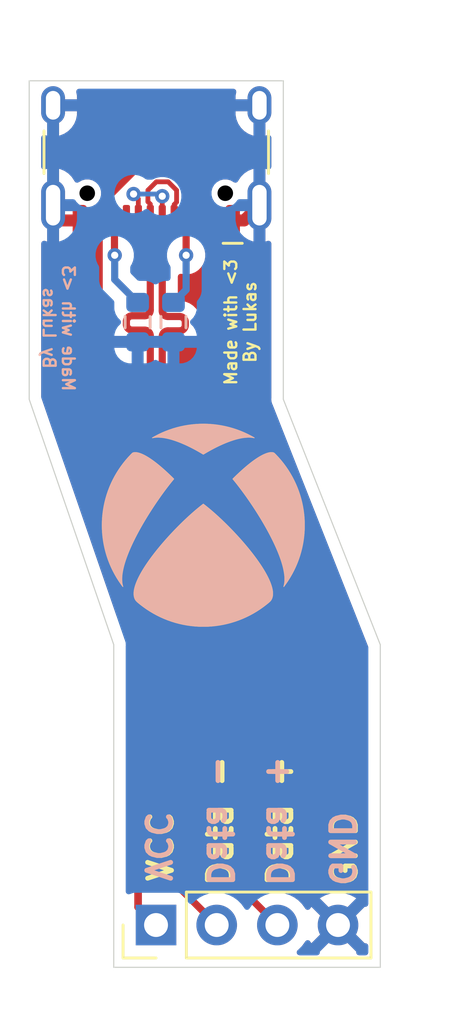
<source format=kicad_pcb>
(kicad_pcb (version 20241229) (generator "pcbnew") (generator_version "9.0")
  (title_block (title "Xbox 360 USB-C Mod") (date "2025-07-21") (rev "2") (company "lukas"))
  (layers (0 "F.Cu" signal) (2 "B.Cu" signal) (13 "F.Paste" user) (15 "B.Paste" user) (5 "F.SilkS" user "F.Silkscreen") (7 "B.SilkS" user "B.Silkscreen") (1 "F.Mask" user) (3 "B.Mask" user) (25 "Edge.Cuts" user))
  (net 0 "")
  (net 1 "/D-")
  (net 2 "GND")
  (net 3 "+5V")
  (net 4 "/D+")
  (net 5 "Net-(USB_C1-CC1)")
  (net 6 "Net-(USB_C1-CC2)")
  (footprint "Connector_USB:USB_C_Receptacle_HCTL_HC-TYPE-C-16P-01A" (layer "F.Cu") (at 63.449999 18 180)
    (property "Reference" "USB_C1" (hide yes))
    (property "Value" "USB_C_Receptacle_USB2.0_16P" (hide yes))
    (fp_line (start 4.7 -1.78) (end 4.7 0) (stroke (width 0.12)) (layer "F.SilkS"))
    (fp_line (start -2.8 -4.7) (end -3.6 -4.7) (stroke (width 0.12)) (layer "F.SilkS"))
    (fp_line (start -4.7 -1.78) (end -4.7 0) (stroke (width 0.12)) (layer "F.SilkS"))
    (pad "" np_thru_hole circle (at -2.89 -2.605 180) (size 0.65 0.65) (drill 0.65) (layers "*.Mask"))
    (pad "" np_thru_hole circle (at 2.89 -2.605 180) (size 0.65 0.65) (drill 0.65) (layers "*.Mask"))
    (pad "A1" smd roundrect (at -3.2 -3.745 180) (size 0.6 1.3) (layers "F.Cu" "F.Mask" "F.Paste") (net 2 "GND"))
    (pad "A4" smd roundrect (at -2.4 -3.745 180) (size 0.6 1.3) (layers "F.Cu" "F.Mask" "F.Paste") (net 3 "+5V"))
    (pad "A5" smd roundrect (at -1.25 -3.745 180) (size 0.3 1.3) (layers "F.Cu" "F.Mask" "F.Paste") (net 5 "Net-(USB_C1-CC1)"))
    (pad "A6" smd roundrect (at -0.25 -3.745 180) (size 0.3 1.3) (layers "F.Cu" "F.Mask" "F.Paste") (net 4 "/D+"))
    (pad "A7" smd roundrect (at 0.25 -3.745 180) (size 0.3 1.3) (layers "F.Cu" "F.Mask" "F.Paste") (net 1 "/D-"))
    (pad "A8" smd roundrect (at 1.25 -3.745 180) (size 0.3 1.3) (layers "F.Cu" "F.Mask" "F.Paste"))
    (pad "A9" smd roundrect (at 2.4 -3.745 180) (size 0.6 1.3) (layers "F.Cu" "F.Mask" "F.Paste") (net 3 "+5V"))
    (pad "A12" smd roundrect (at 3.2 -3.745 180) (size 0.6 1.3) (layers "F.Cu" "F.Mask" "F.Paste") (net 2 "GND"))
    (pad "B1" smd roundrect (at 3.2 -3.745 180) (size 0.6 1.3) (layers "F.Cu" "F.Mask" "F.Paste") (net 2 "GND"))
    (pad "B4" smd roundrect (at 2.4 -3.745 180) (size 0.6 1.3) (layers "F.Cu" "F.Mask" "F.Paste") (net 3 "+5V"))
    (pad "B5" smd roundrect (at 1.75 -3.745 180) (size 0.3 1.3) (layers "F.Cu" "F.Mask" "F.Paste") (net 6 "Net-(USB_C1-CC2)"))
    (pad "B6" smd roundrect (at 0.75 -3.745 180) (size 0.3 1.3) (layers "F.Cu" "F.Mask" "F.Paste") (net 4 "/D+"))
    (pad "B7" smd roundrect (at -0.75 -3.745 180) (size 0.3 1.3) (layers "F.Cu" "F.Mask" "F.Paste") (net 1 "/D-"))
    (pad "B8" smd roundrect (at -1.75 -3.745 180) (size 0.3 1.3) (layers "F.Cu" "F.Mask" "F.Paste"))
    (pad "B9" smd roundrect (at -2.4 -3.745 180) (size 0.6 1.3) (layers "F.Cu" "F.Mask" "F.Paste") (net 3 "+5V"))
    (pad "B12" smd roundrect (at -3.2 -3.745 180) (size 0.6 1.3) (layers "F.Cu" "F.Mask" "F.Paste") (net 2 "GND"))
    (pad "S1" thru_hole oval (at -4.32 -3.105 180) (size 1 2.1) (drill oval 0.6 1.7) (property pad_prop_heatsink) (layers "*.Cu" "*.Mask") (net 2 "GND"))
    (pad "S1" thru_hole oval (at -4.32 1.075 180) (size 1 1.6) (drill oval 0.6 1.2) (property pad_prop_heatsink) (layers "*.Cu" "*.Mask") (net 2 "GND"))
    (pad "S1" thru_hole oval (at 4.32 -3.105 180) (size 1 2.1) (drill oval 0.6 1.7) (property pad_prop_heatsink) (layers "*.Cu" "*.Mask") (net 2 "GND"))
    (pad "S1" thru_hole oval (at 4.32 1.075 180) (size 1 1.6) (drill oval 0.6 1.2) (property pad_prop_heatsink) (layers "*.Cu" "*.Mask") (net 2 "GND"))
  )
  (footprint "Connector_PinHeader_2.54mm:PinHeader_1x04_P2.54mm_Vertical" (layer "F.Cu") (at 63.439999 51.23 90)
    (property "Reference" "Header_PIN1" (hide yes))
    (property "Value" "Conn_01x04_Pin" (hide yes))
    (fp_line (start -1.38 -1.379999) (end 0.000001 -1.379999) (stroke (width 0.12)) (layer "F.SilkS"))
    (fp_line (start -1.379999 -0.000001) (end -1.38 -1.379999) (stroke (width 0.12)) (layer "F.SilkS"))
    (fp_line (start 1.379999 1.269999) (end 1.38 9.000002) (stroke (width 0.12)) (layer "F.SilkS"))
    (fp_line (start -1.380002 1.269999) (end 1.379999 1.269999) (stroke (width 0.12)) (layer "F.SilkS"))
    (fp_line (start -1.380002 1.269999) (end -1.379999 8.999999) (stroke (width 0.12)) (layer "F.SilkS"))
    (fp_line (start -1.379999 8.999999) (end 1.38 9.000002) (stroke (width 0.12)) (layer "F.SilkS"))
    (pad "1" thru_hole rect (at 0 0 90) (size 1.7 1.7) (drill 1) (layers "*.Cu" "*.Mask") (net 3 "+5V"))
    (pad "2" thru_hole circle (at 0 2.540001 90) (size 1.7 1.7) (drill 1) (layers "*.Cu" "*.Mask") (net 1 "/D-"))
    (pad "3" thru_hole circle (at 0.000001 5.08 90) (size 1.7 1.7) (drill 1) (layers "*.Cu" "*.Mask") (net 4 "/D+"))
    (pad "4" thru_hole circle (at -0.000001 7.620001 90) (size 1.7 1.7) (drill 1) (layers "*.Cu" "*.Mask") (net 2 "GND"))
  )
  (footprint "pcb art layers:xbox" (layer "F.Cu") (at 65.419999 34.5)
    (property "Reference" "G***" (hide yes))
    (property "Value" "LOGO" (hide yes))
    (fp_poly (pts (xy 0.194074 -4.245002) (xy 0.361051 -4.234205) (xy 0.527916 -4.216892) (xy 0.614328 -4.205341) (xy 0.778131 -4.178414) (xy 0.940763 -4.144989) (xy 1.101995 -4.10514) (xy 1.2616 -4.058945) (xy 1.419348 -4.006478) (xy 1.575011 -3.947816) (xy 1.728361 -3.883034) (xy 1.879168 -3.812207) (xy 2.017322 -3.740771) (xy 2.045958 -3.725172) (xy 2.072096 -3.710705) (xy 2.095202 -3.69768) (xy 2.114736 -3.686409) (xy 2.130163 -3.677202) (xy 2.140945 -3.670372) (xy 2.146545 -3.666228) (xy 2.147131 -3.665561) (xy 2.148036 -3.658904) (xy 2.145581 -3.650991) (xy 2.140994 -3.645363) (xy 2.139932 -3.644825) (xy 2.13456 -3.644596) (xy 2.124387 -3.645626) (xy 2.111093 -3.647709) (xy 2.102014 -3.649442) (xy 2.050753 -3.657889) (xy 1.99439 -3.663501) (xy 1.93383 -3.666283) (xy 1.869976 -3.666238) (xy 1.803732 -3.66337) (xy 1.736 -3.657682) (xy 1.667686 -3.649178) (xy 1.657274 -3.647634) (xy 1.564258 -3.631317) (xy 1.467229 -3.609983) (xy 1.366416 -3.583725) (xy 1.262049 -3.552638) (xy 1.154356 -3.516815) (xy 1.043565 -3.47635) (xy 0.929905 -3.431338) (xy 0.813605 -3.381872) (xy 0.694893 -3.328046) (xy 0.573998 -3.269954) (xy 0.451148 -3.20769) (xy 0.326572 -3.141348) (xy 0.200498 -3.071022) (xy 0.073156 -2.996806) (xy 0.072386 -2.996347) (xy 0.052996 -2.98491) (xy 0.035365 -2.974714) (xy 0.020333 -2.966228) (xy 0.00874 -2.959922) (xy 0.001425 -2.956264) (xy -0.000669 -2.955529) (xy -0.004916 -2.957221) (xy -0.013677 -2.961799) (xy -0.025827 -2.96864) (xy -0.040243 -2.977122) (xy -0.04649 -2.980896) (xy -0.11396 -3.021223) (xy -0.185881 -3.062871) (xy -0.260974 -3.105153) (xy -0.337961 -3.147382) (xy -0.415564 -3.188872) (xy -0.492505 -3.228936) (xy -0.567504 -3.266889) (xy -0.639285 -3.302044) (xy -0.68455 -3.323508) (xy -0.802715 -3.377172) (xy -0.918157 -3.426485) (xy -1.03067 -3.471377) (xy -1.140047 -3.511781) (xy -1.246082 -3.547628) (xy -1.348569 -3.57885) (xy -1.447301 -3.605378) (xy -1.542071 -3.627144) (xy -1.632675 -3.644079) (xy -1.666989 -3.649382) (xy -1.735597 -3.657889) (xy -1.8037 -3.663536) (xy -1.870375 -3.66632) (xy -1.934694 -3.666243) (xy -1.995733 -3.663303) (xy -2.052565 -3.657501) (xy -2.100842 -3.649534) (xy -2.118589 -3.646247) (xy -2.130983 -3.644783) (xy -2.139078 -3.645213) (xy -2.143929 -3.647606) (xy -2.146588 -3.652033) (xy -2.146779 -3.652604) (xy -2.147379 -3.660633) (xy -2.143153 -3.66789) (xy -2.133399 -3.675385) (xy -2.129083 -3.677948) (xy -2.043414 -3.725809) (xy -1.961332 -3.769797) (xy -1.881544 -3.810546) (xy -1.802757 -3.848687) (xy -1.723677 -3.884854) (xy -1.643012 -3.919679) (xy -1.592274 -3.940616) (xy -1.437402 -3.9999) (xy -1.280419 -4.052934) (xy -1.121528 -4.099694) (xy -0.960929 -4.140156) (xy -0.798826 -4.174296) (xy -0.63542 -4.202088) (xy -0.470914 -4.22351) (xy -0.305509 -4.238537) (xy -0.139408 -4.247144) (xy 0.027187 -4.249307)) (fill yes) (layer "F.SilkS"))
    (fp_poly (pts (xy 2.909173 -3.056457) (xy 2.924214 -3.053404) (xy 2.937128 -3.050095) (xy 2.948706 -3.045988) (xy 2.959734 -3.040544) (xy 2.971002 -3.033221) (xy 2.983298 -3.023479) (xy 2.997412 -3.010777) (xy 3.01413 -2.994575) (xy 3.034242 -2.974332) (xy 3.045078 -2.963283) (xy 3.158801 -2.842315) (xy 3.267624 -2.716918) (xy 3.371431 -2.587268) (xy 3.470111 -2.453538) (xy 3.563547 -2.315905) (xy 3.651627 -2.174542) (xy 3.734237 -2.029625) (xy 3.811263 -1.881328) (xy 3.882591 -1.729827) (xy 3.946622 -1.578991) (xy 4.005291 -1.424255) (xy 4.057713 -1.267417) (xy 4.103867 -1.108688) (xy 4.143734 -0.948277) (xy 4.177293 -0.786393) (xy 4.204522 -0.623246) (xy 4.225402 -0.459045) (xy 4.239913 -0.294001) (xy 4.248033 -0.128323) (xy 4.249743 0.037781) (xy 4.245021 0.204099) (xy 4.233848 0.370423) (xy 4.216203 0.536543) (xy 4.192065 0.702249) (xy 4.177598 0.78465) (xy 4.143945 0.947844) (xy 4.103919 1.109243) (xy 4.057575 1.268723) (xy 4.004966 1.426155) (xy 3.946148 1.581415) (xy 3.881176 1.734377) (xy 3.810105 1.884913) (xy 3.732989 2.032899) (xy 3.649884 2.178208) (xy 3.560844 2.320713) (xy 3.465923 2.46029) (xy 3.422556 2.520408) (xy 3.406707 2.541813) (xy 3.394126 2.55825) (xy 3.384287 2.570197) (xy 3.376664 2.578137) (xy 3.370731 2.58255) (xy 3.365962 2.583917) (xy 3.36183 2.58272) (xy 3.357887 2.579516) (xy 3.35484 2.574377) (xy 3.354324 2.566713) (xy 3.356421 2.555297) (xy 3.360399 2.54147) (xy 3.365598 2.522872) (xy 3.371197 2.499358) (xy 3.37685 2.472612) (xy 3.382214 2.444316) (xy 3.386942 2.416153) (xy 3.389212 2.400863) (xy 3.391089 2.383212) (xy 3.392633 2.360132) (xy 3.393836 2.332826) (xy 3.394692 2.3025) (xy 3.395192 2.270356) (xy 3.39533 2.2376) (xy 3.395098 2.205434) (xy 3.39449 2.175064) (xy 3.393497 2.147693) (xy 3.392112 2.124525) (xy 3.390963 2.111962) (xy 3.380128 2.025918) (xy 3.366622 1.940646) (xy 3.350225 1.855183) (xy 3.330715 1.768565) (xy 3.307872 1.679831) (xy 3.281475 1.588018) (xy 3.251302 1.492164) (xy 3.24264 1.465948) (xy 3.201782 1.348714) (xy 3.156064 1.227363) (xy 3.105625 1.102149) (xy 3.050604 0.973328) (xy 2.991139 0.841153) (xy 2.92737 0.705881) (xy 2.859435 0.567767) (xy 2.787473 0.427064) (xy 2.711622 0.28403) (xy 2.632023 0.138917) (xy 2.548812 -0.008018) (xy 2.46213 -0.15652) (xy 2.372115 -0.306334) (xy 2.278905 -0.457206) (xy 2.18264 -0.608881) (xy 2.083458 -0.761102) (xy 1.981499 -0.913616) (xy 1.8769 -1.066167) (xy 1.82136 -1.14564) (xy 1.773862 -1.212675) (xy 1.724925 -1.28081) (xy 1.675001 -1.349449) (xy 1.624545 -1.417993) (xy 1.574009 -1.485843) (xy 1.523849 -1.552404) (xy 1.474517 -1.617075) (xy 1.426467 -1.67926) (xy 1.380154 -1.73836) (xy 1.33603 -1.793778) (xy 1.29455 -1.844915) (xy 1.256168 -1.891173) (xy 1.250602 -1.897778) (xy 1.240383 -1.910339) (xy 1.231738 -1.921836) (xy 1.225639 -1.930917) (xy 1.223131 -1.93591) (xy 1.222895 -1.93864) (xy 1.223906 -1.941972) (xy 1.226638 -1.946439) (xy 1.231565 -1.952571) (xy 1.23916 -1.9609) (xy 1.249896 -1.971957) (xy 1.264246 -1.986273) (xy 1.282684 -2.00438) (xy 1.293687 -2.015121) (xy 1.396926 -2.114682) (xy 1.496793 -2.208731) (xy 1.593428 -2.297394) (xy 1.686972 -2.380797) (xy 1.777566 -2.459065) (xy 1.865349 -2.532324) (xy 1.950463 -2.600698) (xy 1.950908 -2.601048) (xy 2.033632 -2.664718) (xy 2.114224 -2.723894) (xy 2.192558 -2.778515) (xy 2.268503 -2.82852) (xy 2.341932 -2.873848) (xy 2.412714 -2.914438) (xy 2.480721 -2.950228) (xy 2.545825 -2.981158) (xy 2.607896 -3.007165) (xy 2.666805 -3.028188) (xy 2.722424 -3.044167) (xy 2.774623 -3.05504) (xy 2.823274 -3.060746) (xy 2.868248 -3.061223)) (fill yes) (layer "F.SilkS"))
    (fp_poly (pts (xy -2.825181 -3.060826) (xy -2.785212 -3.056594) (xy -2.728148 -3.045453) (xy -2.667754 -3.028613) (xy -2.604071 -3.006099) (xy -2.537138 -2.977934) (xy -2.466996 -2.944142) (xy -2.393683 -2.904749) (xy -2.31724 -2.859778) (xy -2.237707 -2.809254) (xy -2.155123 -2.7532) (xy -2.06953 -2.691642) (xy -1.980965 -2.624603) (xy -1.88947 -2.552107) (xy -1.795083 -2.47418) (xy -1.713479 -2.404441) (xy -1.683219 -2.377995) (xy -1.651436 -2.349852) (xy -1.618486 -2.320346) (xy -1.584724 -2.289817) (xy -1.550505 -2.258601) (xy -1.516183 -2.227034) (xy -1.482114 -2.195455) (xy -1.448653 -2.164201) (xy -1.416154 -2.133608) (xy -1.384972 -2.104014) (xy -1.355463 -2.075757) (xy -1.327981 -2.049172) (xy -1.302881 -2.024597) (xy -1.280519 -2.00237) (xy -1.261249 -1.982828) (xy -1.245425 -1.966307) (xy -1.233404 -1.953145) (xy -1.22554 -1.94368) (xy -1.222187 -1.938247) (xy -1.222089 -1.937663) (xy -1.224171 -1.932575) (xy -1.229771 -1.923778) (xy -1.238015 -1.912542) (xy -1.247222 -1.901098) (xy -1.295524 -1.842725) (xy -1.346763 -1.779352) (xy -1.400429 -1.711656) (xy -1.456008 -1.640311) (xy -1.512989 -1.565994) (xy -1.570858 -1.48938) (xy -1.629105 -1.411143) (xy -1.687215 -1.331961) (xy -1.744678 -1.252508) (xy -1.800981 -1.173459) (xy -1.825241 -1.138999) (xy -1.933471 -0.982746) (xy -2.039104 -0.82634) (xy -2.141966 -0.670084) (xy -2.241885 -0.514283) (xy -2.338687 -0.359241) (xy -2.432201 -0.205261) (xy -2.522252 -0.052649) (xy -2.608669 0.098292) (xy -2.691278 0.247257) (xy -2.769907 0.393942) (xy -2.844382 0.538043) (xy -2.914531 0.679257) (xy -2.980181 0.817277) (xy -3.041159 0.951801) (xy -3.097292 1.082524) (xy -3.122708 1.144433) (xy -3.167374 1.25787) (xy -3.207791 1.366692) (xy -3.244068 1.471293) (xy -3.276316 1.572066) (xy -3.304644 1.669408) (xy -3.329163 1.763711) (xy -3.349983 1.85537) (xy -3.367214 1.944779) (xy -3.380965 2.032334) (xy -3.389247 2.098679) (xy -3.39144 2.123435) (xy -3.393142 2.152773) (xy -3.394352 2.185433) (xy -3.395069 2.220151) (xy -3.395294 2.255667) (xy -3.395026 2.290717) (xy -3.394264 2.324041) (xy -3.393009 2.354375) (xy -3.39126 2.380459) (xy -3.389314 2.398886) (xy -3.384736 2.429257) (xy -3.379015 2.461111) (xy -3.372582 2.492329) (xy -3.36587 2.520792) (xy -3.36043 2.54069) (xy -3.355832 2.558288) (xy -3.354199 2.570574) (xy -3.355512 2.578166) (xy -3.359155 2.581485) (xy -3.366119 2.583191) (xy -3.372179 2.581662) (xy -3.378942 2.576084) (xy -3.386296 2.567728) (xy -3.392354 2.560086) (xy -3.401437 2.548192) (xy -3.412691 2.533183) (xy -3.425264 2.516198) (xy -3.438303 2.498376) (xy -3.439184 2.497163) (xy -3.535171 2.359414) (xy -3.625406 2.218411) (xy -3.709827 2.074316) (xy -3.788372 1.927293) (xy -3.860976 1.777505) (xy -3.927577 1.625114) (xy -3.988112 1.470283) (xy -4.042518 1.313176) (xy -4.090731 1.153956) (xy -4.132689 0.992785) (xy -4.168328 0.829826) (xy -4.197585 0.665243) (xy -4.220398 0.499198) (xy -4.223737 0.469878) (xy -4.238301 0.309227) (xy -4.246794 0.14681) (xy -4.249218 -0.016443) (xy -4.245572 -0.179603) (xy -4.235857 -0.341739) (xy -4.223737 -0.469879) (xy -4.202115 -0.635571) (xy -4.173947 -0.800295) (xy -4.139286 -0.963852) (xy -4.098183 -1.126044) (xy -4.050688 -1.286673) (xy -3.996854 -1.44554) (xy -3.936733 -1.602448) (xy -3.91823 -1.647314) (xy -3.854259 -1.791852) (xy -3.784228 -1.934774) (xy -3.708443 -2.075625) (xy -3.627206 -2.213946) (xy -3.540825 -2.349282) (xy -3.449602 -2.481175) (xy -3.353843 -2.609169) (xy -3.253854 -2.732806) (xy -3.149937 -2.851631) (xy -3.0424 -2.965185) (xy -3.031888 -2.975801) (xy -3.012922 -2.994805) (xy -2.997869 -3.009648) (xy -2.986018 -3.020936) (xy -2.976657 -3.029272) (xy -2.969074 -3.035262) (xy -2.962557 -3.039511) (xy -2.956393 -3.042624) (xy -2.950438 -3.044998) (xy -2.91219 -3.055646) (xy -2.870327 -3.06093)) (fill yes) (layer "F.SilkS"))
    (fp_poly (pts (xy 0.004245 -0.901165) (xy 0.013124 -0.895137) (xy 0.026482 -0.885396) (xy 0.043989 -0.872191) (xy 0.065317 -0.855772) (xy 0.090139 -0.836388) (xy 0.118126 -0.814289) (xy 0.139469 -0.797302) (xy 0.254097 -0.703968) (xy 0.371131 -0.60512) (xy 0.490106 -0.501232) (xy 0.610551 -0.392778) (xy 0.732 -0.28023) (xy 0.853985 -0.164061) (xy 0.976037 -0.044746) (xy 1.09769 0.077243) (xy 1.218475 0.201432) (xy 1.337924 0.327348) (xy 1.45557 0.454517) (xy 1.570944 0.582467) (xy 1.68358 0.710724) (xy 1.793008 0.838814) (xy 1.898761 0.966265) (xy 1.971258 1.055981) (xy 2.067267 1.177984) (xy 2.15844 1.297553) (xy 2.244727 1.414605) (xy 2.326077 1.529052) (xy 2.402442 1.64081) (xy 2.47377 1.749794) (xy 2.54001 1.855917) (xy 2.601114 1.959096) (xy 2.65703 2.059243) (xy 2.707708 2.156273) (xy 2.753098 2.250102) (xy 2.793149 2.340644) (xy 2.827812 2.427814) (xy 2.857036 2.511525) (xy 2.88077 2.591693) (xy 2.885138 2.608406) (xy 2.89807 2.663046) (xy 2.907819 2.713523) (xy 2.914598 2.761383) (xy 2.918622 2.808171) (xy 2.920105 2.85543) (xy 2.920122 2.860779) (xy 2.917997 2.918501) (xy 2.911451 2.971761) (xy 2.900328 3.021187) (xy 2.884474 3.067408) (xy 2.863731 3.111054) (xy 2.853929 3.128101) (xy 2.844769 3.142446) (xy 2.834691 3.156474) (xy 2.823217 3.170643) (xy 2.809873 3.185408) (xy 2.794181 3.201226) (xy 2.775666 3.218552) (xy 2.753851 3.237844) (xy 2.728261 3.259556) (xy 2.698419 3.284145) (xy 2.663849 3.312068) (xy 2.652027 3.321528) (xy 2.518835 3.42372) (xy 2.382257 3.520256) (xy 2.24246 3.611078) (xy 2.099614 3.696126) (xy 1.953884 3.775344) (xy 1.80544 3.848671) (xy 1.654449 3.916051) (xy 1.501078 3.977424) (xy 1.345495 4.032732) (xy 1.187868 4.081917) (xy 1.028365 4.12492) (xy 0.867153 4.161682) (xy 0.7044 4.192147) (xy 0.540273 4.216254) (xy 0.374941 4.233945) (xy 0.208571 4.245163) (xy 0.041331 4.249849) (xy -0.013283 4.249955) (xy -0.042683 4.249742) (xy -0.073214 4.249376) (xy -0.103349 4.248885) (xy -0.131563 4.248298) (xy -0.15633 4.247643) (xy -0.176123 4.246949) (xy -0.177657 4.246883) (xy -0.347146 4.236236) (xy -0.515126 4.219152) (xy -0.681494 4.195665) (xy -0.846147 4.165808) (xy -1.008983 4.129615) (xy -1.169896 4.087119) (xy -1.328785 4.038354) (xy -1.485545 3.983353) (xy -1.640074 3.92215) (xy -1.792267 3.854778) (xy -1.942022 3.781272) (xy -2.089236 3.701663) (xy -2.233805 3.615987) (xy -2.347198 3.54329) (xy -2.386458 3.51681) (xy -2.427591 3.488248) (xy -2.46993 3.458117) (xy -2.512805 3.426929) (xy -2.555547 3.395197) (xy -2.597487 3.363433) (xy -2.637956 3.332149) (xy -2.676286 3.301859) (xy -2.711807 3.273074) (xy -2.74385 3.246307) (xy -2.771747 3.22207) (xy -2.794828 3.200876) (xy -2.797352 3.198456) (xy -2.829517 3.16285) (xy -2.856845 3.122812) (xy -2.879301 3.078498) (xy -2.896853 3.030062) (xy -2.909465 2.977658) (xy -2.917106 2.921442) (xy -2.91974 2.861568) (xy -2.917334 2.798191) (xy -2.909855 2.731465) (xy -2.905292 2.703046) (xy -2.890118 2.629766) (xy -2.869508 2.552818) (xy -2.843507 2.472286) (xy -2.812158 2.388253) (xy -2.775508 2.300802) (xy -2.733598 2.210017) (xy -2.686476 2.115982) (xy -2.634183 2.01878) (xy -2.576766 1.918494) (xy -2.514268 1.815208) (xy -2.446735 1.709006) (xy -2.374209 1.599972) (xy -2.296736 1.488188) (xy -2.214361 1.373738) (xy -2.157648 1.297208) (xy -2.050386 1.156914) (xy -1.937518 1.014748) (xy -1.819606 0.871298) (xy -1.697213 0.727157) (xy -1.570899 0.582915) (xy -1.441227 0.439162) (xy -1.308758 0.296489) (xy -1.174055 0.155488) (xy -1.037679 0.016748) (xy -0.900192 -0.11914) (xy -0.762156 -0.251585) (xy -0.624132 -0.379997) (xy -0.486683 -0.503783) (xy -0.35037 -0.622355) (xy -0.257354 -0.700751) (xy -0.230855 -0.722666) (xy -0.203613 -0.744979) (xy -0.176135 -0.767291) (xy -0.148927 -0.789206) (xy -0.122494 -0.810324) (xy -0.097342 -0.830249) (xy -0.073978 -0.848583) (xy -0.052906 -0.864928) (xy -0.034633 -0.878886) (xy -0.019664 -0.89006) (xy -0.008506 -0.898053) (xy -0.001663 -0.902465) (xy 0.000172 -0.903229)) (fill yes) (layer "F.SilkS"))
  )
  (footprint "Resistor_SMD:R_0603_1608Metric" (layer "B.Cu") (at 62.669999 26 -90)
    (property "Reference" "R2" (hide yes))
    (property "Value" "R_Small" (hide yes))
    (fp_line (start -0.237262 0.522505) (end 0.237251 0.522499) (stroke (width 0.12)) (layer "B.SilkS"))
    (fp_line (start -0.237251 -0.522499) (end 0.237262 -0.522505) (stroke (width 0.12)) (layer "B.SilkS"))
    (pad "1" smd roundrect (at -0.825001 0.000001 270) (size 0.8 0.95) (layers "B.Cu" "B.Mask" "B.Paste") (net 6 "Net-(USB_C1-CC2)"))
    (pad "2" smd roundrect (at 0.825001 -0.000001 270) (size 0.8 0.95) (layers "B.Cu" "B.Mask" "B.Paste") (net 2 "GND"))
  )
  (footprint "pcb art layers:xbox" (layer "B.Cu") (at 65.419999 34.5 180)
    (property "Reference" "G***" (hide yes))
    (property "Value" "LOGO" (hide yes))
    (fp_poly (pts (xy 0.194074 4.245002) (xy 0.361051 4.234205) (xy 0.527916 4.216892) (xy 0.614328 4.205341) (xy 0.778131 4.178414) (xy 0.940763 4.144989) (xy 1.101995 4.10514) (xy 1.2616 4.058945) (xy 1.419348 4.006478) (xy 1.575011 3.947816) (xy 1.728361 3.883034) (xy 1.879168 3.812207) (xy 2.017322 3.740771) (xy 2.045958 3.725172) (xy 2.072096 3.710705) (xy 2.095202 3.69768) (xy 2.114736 3.686409) (xy 2.130163 3.677202) (xy 2.140945 3.670372) (xy 2.146545 3.666228) (xy 2.147131 3.665561) (xy 2.148036 3.658904) (xy 2.145581 3.650991) (xy 2.140994 3.645363) (xy 2.139932 3.644825) (xy 2.13456 3.644596) (xy 2.124387 3.645626) (xy 2.111093 3.647709) (xy 2.102014 3.649442) (xy 2.050753 3.657889) (xy 1.99439 3.663501) (xy 1.93383 3.666283) (xy 1.869976 3.666238) (xy 1.803732 3.66337) (xy 1.736 3.657682) (xy 1.667686 3.649178) (xy 1.657274 3.647634) (xy 1.564258 3.631317) (xy 1.467229 3.609983) (xy 1.366416 3.583725) (xy 1.262049 3.552638) (xy 1.154356 3.516815) (xy 1.043565 3.47635) (xy 0.929905 3.431338) (xy 0.813605 3.381872) (xy 0.694893 3.328046) (xy 0.573998 3.269954) (xy 0.451148 3.20769) (xy 0.326572 3.141348) (xy 0.200498 3.071022) (xy 0.073156 2.996806) (xy 0.072386 2.996347) (xy 0.052996 2.98491) (xy 0.035365 2.974714) (xy 0.020333 2.966228) (xy 0.00874 2.959922) (xy 0.001425 2.956264) (xy -0.000669 2.955529) (xy -0.004916 2.957221) (xy -0.013677 2.961799) (xy -0.025827 2.96864) (xy -0.040243 2.977122) (xy -0.04649 2.980896) (xy -0.11396 3.021223) (xy -0.185881 3.062871) (xy -0.260974 3.105153) (xy -0.337961 3.147382) (xy -0.415564 3.188872) (xy -0.492505 3.228936) (xy -0.567504 3.266889) (xy -0.639285 3.302044) (xy -0.68455 3.323508) (xy -0.802715 3.377172) (xy -0.918157 3.426485) (xy -1.03067 3.471377) (xy -1.140047 3.511781) (xy -1.246082 3.547628) (xy -1.348569 3.57885) (xy -1.447301 3.605378) (xy -1.542071 3.627144) (xy -1.632675 3.644079) (xy -1.666989 3.649382) (xy -1.735597 3.657889) (xy -1.8037 3.663536) (xy -1.870375 3.66632) (xy -1.934694 3.666243) (xy -1.995733 3.663303) (xy -2.052565 3.657501) (xy -2.100842 3.649534) (xy -2.118589 3.646247) (xy -2.130983 3.644783) (xy -2.139078 3.645213) (xy -2.143929 3.647606) (xy -2.146588 3.652033) (xy -2.146779 3.652604) (xy -2.147379 3.660633) (xy -2.143153 3.66789) (xy -2.133399 3.675385) (xy -2.129083 3.677948) (xy -2.043414 3.725809) (xy -1.961332 3.769797) (xy -1.881544 3.810546) (xy -1.802757 3.848687) (xy -1.723677 3.884854) (xy -1.643012 3.919679) (xy -1.592274 3.940616) (xy -1.437402 3.9999) (xy -1.280419 4.052934) (xy -1.121528 4.099694) (xy -0.960929 4.140156) (xy -0.798826 4.174296) (xy -0.63542 4.202088) (xy -0.470914 4.22351) (xy -0.305509 4.238537) (xy -0.139408 4.247144) (xy 0.027187 4.249307)) (fill yes) (layer "B.SilkS"))
    (fp_poly (pts (xy 2.909173 3.056457) (xy 2.924214 3.053404) (xy 2.937128 3.050095) (xy 2.948706 3.045988) (xy 2.959734 3.040544) (xy 2.971002 3.033221) (xy 2.983298 3.023479) (xy 2.997412 3.010777) (xy 3.01413 2.994575) (xy 3.034242 2.974332) (xy 3.045078 2.963283) (xy 3.158801 2.842315) (xy 3.267624 2.716918) (xy 3.371431 2.587268) (xy 3.470111 2.453538) (xy 3.563547 2.315905) (xy 3.651627 2.174542) (xy 3.734237 2.029625) (xy 3.811263 1.881328) (xy 3.882591 1.729827) (xy 3.946622 1.578991) (xy 4.005291 1.424255) (xy 4.057713 1.267417) (xy 4.103867 1.108688) (xy 4.143734 0.948277) (xy 4.177293 0.786393) (xy 4.204522 0.623246) (xy 4.225402 0.459045) (xy 4.239913 0.294001) (xy 4.248033 0.128323) (xy 4.249743 -0.037781) (xy 4.245021 -0.204099) (xy 4.233848 -0.370423) (xy 4.216203 -0.536543) (xy 4.192065 -0.702249) (xy 4.177598 -0.78465) (xy 4.143945 -0.947844) (xy 4.103919 -1.109243) (xy 4.057575 -1.268723) (xy 4.004966 -1.426155) (xy 3.946148 -1.581415) (xy 3.881176 -1.734377) (xy 3.810105 -1.884913) (xy 3.732989 -2.032899) (xy 3.649884 -2.178208) (xy 3.560844 -2.320713) (xy 3.465923 -2.46029) (xy 3.422556 -2.520408) (xy 3.406707 -2.541813) (xy 3.394126 -2.55825) (xy 3.384287 -2.570197) (xy 3.376664 -2.578137) (xy 3.370731 -2.58255) (xy 3.365962 -2.583917) (xy 3.36183 -2.58272) (xy 3.357887 -2.579516) (xy 3.35484 -2.574377) (xy 3.354324 -2.566713) (xy 3.356421 -2.555297) (xy 3.360399 -2.54147) (xy 3.365598 -2.522872) (xy 3.371197 -2.499358) (xy 3.37685 -2.472612) (xy 3.382214 -2.444316) (xy 3.386942 -2.416153) (xy 3.389212 -2.400863) (xy 3.391089 -2.383212) (xy 3.392633 -2.360132) (xy 3.393836 -2.332826) (xy 3.394692 -2.3025) (xy 3.395192 -2.270356) (xy 3.39533 -2.2376) (xy 3.395098 -2.205434) (xy 3.39449 -2.175064) (xy 3.393497 -2.147693) (xy 3.392112 -2.124525) (xy 3.390963 -2.111962) (xy 3.380128 -2.025918) (xy 3.366622 -1.940646) (xy 3.350225 -1.855183) (xy 3.330715 -1.768565) (xy 3.307872 -1.679831) (xy 3.281475 -1.588018) (xy 3.251302 -1.492164) (xy 3.24264 -1.465948) (xy 3.201782 -1.348714) (xy 3.156064 -1.227363) (xy 3.105625 -1.102149) (xy 3.050604 -0.973328) (xy 2.991139 -0.841153) (xy 2.92737 -0.705881) (xy 2.859435 -0.567767) (xy 2.787473 -0.427064) (xy 2.711622 -0.28403) (xy 2.632023 -0.138917) (xy 2.548812 0.008018) (xy 2.46213 0.15652) (xy 2.372115 0.306334) (xy 2.278905 0.457206) (xy 2.18264 0.608881) (xy 2.083458 0.761102) (xy 1.981499 0.913616) (xy 1.8769 1.066167) (xy 1.82136 1.14564) (xy 1.773862 1.212675) (xy 1.724925 1.28081) (xy 1.675001 1.349449) (xy 1.624545 1.417993) (xy 1.574009 1.485843) (xy 1.523849 1.552404) (xy 1.474517 1.617075) (xy 1.426467 1.67926) (xy 1.380154 1.73836) (xy 1.33603 1.793778) (xy 1.29455 1.844915) (xy 1.256168 1.891173) (xy 1.250602 1.897778) (xy 1.240383 1.910339) (xy 1.231738 1.921836) (xy 1.225639 1.930917) (xy 1.223131 1.93591) (xy 1.222895 1.93864) (xy 1.223906 1.941972) (xy 1.226638 1.946439) (xy 1.231565 1.952571) (xy 1.23916 1.9609) (xy 1.249896 1.971957) (xy 1.264246 1.986273) (xy 1.282684 2.00438) (xy 1.293687 2.015121) (xy 1.396926 2.114682) (xy 1.496793 2.208731) (xy 1.593428 2.297394) (xy 1.686972 2.380797) (xy 1.777566 2.459065) (xy 1.865349 2.532324) (xy 1.950463 2.600698) (xy 1.950908 2.601048) (xy 2.033632 2.664718) (xy 2.114224 2.723894) (xy 2.192558 2.778515) (xy 2.268503 2.82852) (xy 2.341932 2.873848) (xy 2.412714 2.914438) (xy 2.480721 2.950228) (xy 2.545825 2.981158) (xy 2.607896 3.007165) (xy 2.666805 3.028188) (xy 2.722424 3.044167) (xy 2.774623 3.05504) (xy 2.823274 3.060746) (xy 2.868248 3.061223)) (fill yes) (layer "B.SilkS"))
    (fp_poly (pts (xy -2.825181 3.060826) (xy -2.785212 3.056594) (xy -2.728148 3.045453) (xy -2.667754 3.028613) (xy -2.604071 3.006099) (xy -2.537138 2.977934) (xy -2.466996 2.944142) (xy -2.393683 2.904749) (xy -2.31724 2.859778) (xy -2.237707 2.809254) (xy -2.155123 2.7532) (xy -2.06953 2.691642) (xy -1.980965 2.624603) (xy -1.88947 2.552107) (xy -1.795083 2.47418) (xy -1.713479 2.404441) (xy -1.683219 2.377995) (xy -1.651436 2.349852) (xy -1.618486 2.320346) (xy -1.584724 2.289817) (xy -1.550505 2.258601) (xy -1.516183 2.227034) (xy -1.482114 2.195455) (xy -1.448653 2.164201) (xy -1.416154 2.133608) (xy -1.384972 2.104014) (xy -1.355463 2.075757) (xy -1.327981 2.049172) (xy -1.302881 2.024597) (xy -1.280519 2.00237) (xy -1.261249 1.982828) (xy -1.245425 1.966307) (xy -1.233404 1.953145) (xy -1.22554 1.94368) (xy -1.222187 1.938247) (xy -1.222089 1.937663) (xy -1.224171 1.932575) (xy -1.229771 1.923778) (xy -1.238015 1.912542) (xy -1.247222 1.901098) (xy -1.295524 1.842725) (xy -1.346763 1.779352) (xy -1.400429 1.711656) (xy -1.456008 1.640311) (xy -1.512989 1.565994) (xy -1.570858 1.48938) (xy -1.629105 1.411143) (xy -1.687215 1.331961) (xy -1.744678 1.252508) (xy -1.800981 1.173459) (xy -1.825241 1.138999) (xy -1.933471 0.982746) (xy -2.039104 0.82634) (xy -2.141966 0.670084) (xy -2.241885 0.514283) (xy -2.338687 0.359241) (xy -2.432201 0.205261) (xy -2.522252 0.052649) (xy -2.608669 -0.098292) (xy -2.691278 -0.247257) (xy -2.769907 -0.393942) (xy -2.844382 -0.538043) (xy -2.914531 -0.679257) (xy -2.980181 -0.817277) (xy -3.041159 -0.951801) (xy -3.097292 -1.082524) (xy -3.122708 -1.144433) (xy -3.167374 -1.25787) (xy -3.207791 -1.366692) (xy -3.244068 -1.471293) (xy -3.276316 -1.572066) (xy -3.304644 -1.669408) (xy -3.329163 -1.763711) (xy -3.349983 -1.85537) (xy -3.367214 -1.944779) (xy -3.380965 -2.032334) (xy -3.389247 -2.098679) (xy -3.39144 -2.123435) (xy -3.393142 -2.152773) (xy -3.394352 -2.185433) (xy -3.395069 -2.220151) (xy -3.395294 -2.255667) (xy -3.395026 -2.290717) (xy -3.394264 -2.324041) (xy -3.393009 -2.354375) (xy -3.39126 -2.380459) (xy -3.389314 -2.398886) (xy -3.384736 -2.429257) (xy -3.379015 -2.461111) (xy -3.372582 -2.492329) (xy -3.36587 -2.520792) (xy -3.36043 -2.54069) (xy -3.355832 -2.558288) (xy -3.354199 -2.570574) (xy -3.355512 -2.578166) (xy -3.359155 -2.581485) (xy -3.366119 -2.583191) (xy -3.372179 -2.581662) (xy -3.378942 -2.576084) (xy -3.386296 -2.567728) (xy -3.392354 -2.560086) (xy -3.401437 -2.548192) (xy -3.412691 -2.533183) (xy -3.425264 -2.516198) (xy -3.438303 -2.498376) (xy -3.439184 -2.497163) (xy -3.535171 -2.359414) (xy -3.625406 -2.218411) (xy -3.709827 -2.074316) (xy -3.788372 -1.927293) (xy -3.860976 -1.777505) (xy -3.927577 -1.625114) (xy -3.988112 -1.470283) (xy -4.042518 -1.313176) (xy -4.090731 -1.153956) (xy -4.132689 -0.992785) (xy -4.168328 -0.829826) (xy -4.197585 -0.665243) (xy -4.220398 -0.499198) (xy -4.223737 -0.469878) (xy -4.238301 -0.309227) (xy -4.246794 -0.14681) (xy -4.249218 0.016443) (xy -4.245572 0.179603) (xy -4.235857 0.341739) (xy -4.223737 0.469879) (xy -4.202115 0.635571) (xy -4.173947 0.800295) (xy -4.139286 0.963852) (xy -4.098183 1.126044) (xy -4.050688 1.286673) (xy -3.996854 1.44554) (xy -3.936733 1.602448) (xy -3.91823 1.647314) (xy -3.854259 1.791852) (xy -3.784228 1.934774) (xy -3.708443 2.075625) (xy -3.627206 2.213946) (xy -3.540825 2.349282) (xy -3.449602 2.481175) (xy -3.353843 2.609169) (xy -3.253854 2.732806) (xy -3.149937 2.851631) (xy -3.0424 2.965185) (xy -3.031888 2.975801) (xy -3.012922 2.994805) (xy -2.997869 3.009648) (xy -2.986018 3.020936) (xy -2.976657 3.029272) (xy -2.969074 3.035262) (xy -2.962557 3.039511) (xy -2.956393 3.042624) (xy -2.950438 3.044998) (xy -2.91219 3.055646) (xy -2.870327 3.06093)) (fill yes) (layer "B.SilkS"))
    (fp_poly (pts (xy 0.004245 0.901165) (xy 0.013124 0.895137) (xy 0.026482 0.885396) (xy 0.043989 0.872191) (xy 0.065317 0.855772) (xy 0.090139 0.836388) (xy 0.118126 0.814289) (xy 0.139469 0.797302) (xy 0.254097 0.703968) (xy 0.371131 0.60512) (xy 0.490106 0.501232) (xy 0.610551 0.392778) (xy 0.732 0.28023) (xy 0.853985 0.164061) (xy 0.976037 0.044746) (xy 1.09769 -0.077243) (xy 1.218475 -0.201432) (xy 1.337924 -0.327348) (xy 1.45557 -0.454517) (xy 1.570944 -0.582467) (xy 1.68358 -0.710724) (xy 1.793008 -0.838814) (xy 1.898761 -0.966265) (xy 1.971258 -1.055981) (xy 2.067267 -1.177984) (xy 2.15844 -1.297553) (xy 2.244727 -1.414605) (xy 2.326077 -1.529052) (xy 2.402442 -1.64081) (xy 2.47377 -1.749794) (xy 2.54001 -1.855917) (xy 2.601114 -1.959096) (xy 2.65703 -2.059243) (xy 2.707708 -2.156273) (xy 2.753098 -2.250102) (xy 2.793149 -2.340644) (xy 2.827812 -2.427814) (xy 2.857036 -2.511525) (xy 2.88077 -2.591693) (xy 2.885138 -2.608406) (xy 2.89807 -2.663046) (xy 2.907819 -2.713523) (xy 2.914598 -2.761383) (xy 2.918622 -2.808171) (xy 2.920105 -2.85543) (xy 2.920122 -2.860779) (xy 2.917997 -2.918501) (xy 2.911451 -2.971761) (xy 2.900328 -3.021187) (xy 2.884474 -3.067408) (xy 2.863731 -3.111054) (xy 2.853929 -3.128101) (xy 2.844769 -3.142446) (xy 2.834691 -3.156474) (xy 2.823217 -3.170643) (xy 2.809873 -3.185408) (xy 2.794181 -3.201226) (xy 2.775666 -3.218552) (xy 2.753851 -3.237844) (xy 2.728261 -3.259556) (xy 2.698419 -3.284145) (xy 2.663849 -3.312068) (xy 2.652027 -3.321528) (xy 2.518835 -3.42372) (xy 2.382257 -3.520256) (xy 2.24246 -3.611078) (xy 2.099614 -3.696126) (xy 1.953884 -3.775344) (xy 1.80544 -3.848671) (xy 1.654449 -3.916051) (xy 1.501078 -3.977424) (xy 1.345495 -4.032732) (xy 1.187868 -4.081917) (xy 1.028365 -4.12492) (xy 0.867153 -4.161682) (xy 0.7044 -4.192147) (xy 0.540273 -4.216254) (xy 0.374941 -4.233945) (xy 0.208571 -4.245163) (xy 0.041331 -4.249849) (xy -0.013283 -4.249955) (xy -0.042683 -4.249742) (xy -0.073214 -4.249376) (xy -0.103349 -4.248885) (xy -0.131563 -4.248298) (xy -0.15633 -4.247643) (xy -0.176123 -4.246949) (xy -0.177657 -4.246883) (xy -0.347146 -4.236236) (xy -0.515126 -4.219152) (xy -0.681494 -4.195665) (xy -0.846147 -4.165808) (xy -1.008983 -4.129615) (xy -1.169896 -4.087119) (xy -1.328785 -4.038354) (xy -1.485545 -3.983353) (xy -1.640074 -3.92215) (xy -1.792267 -3.854778) (xy -1.942022 -3.781272) (xy -2.089236 -3.701663) (xy -2.233805 -3.615987) (xy -2.347198 -3.54329) (xy -2.386458 -3.51681) (xy -2.427591 -3.488248) (xy -2.46993 -3.458117) (xy -2.512805 -3.426929) (xy -2.555547 -3.395197) (xy -2.597487 -3.363433) (xy -2.637956 -3.332149) (xy -2.676286 -3.301859) (xy -2.711807 -3.273074) (xy -2.74385 -3.246307) (xy -2.771747 -3.22207) (xy -2.794828 -3.200876) (xy -2.797352 -3.198456) (xy -2.829517 -3.16285) (xy -2.856845 -3.122812) (xy -2.879301 -3.078498) (xy -2.896853 -3.030062) (xy -2.909465 -2.977658) (xy -2.917106 -2.921442) (xy -2.91974 -2.861568) (xy -2.917334 -2.798191) (xy -2.909855 -2.731465) (xy -2.905292 -2.703046) (xy -2.890118 -2.629766) (xy -2.869508 -2.552818) (xy -2.843507 -2.472286) (xy -2.812158 -2.388253) (xy -2.775508 -2.300802) (xy -2.733598 -2.210017) (xy -2.686476 -2.115982) (xy -2.634183 -2.01878) (xy -2.576766 -1.918494) (xy -2.514268 -1.815208) (xy -2.446735 -1.709006) (xy -2.374209 -1.599972) (xy -2.296736 -1.488188) (xy -2.214361 -1.373738) (xy -2.157648 -1.297208) (xy -2.050386 -1.156914) (xy -1.937518 -1.014748) (xy -1.819606 -0.871298) (xy -1.697213 -0.727157) (xy -1.570899 -0.582915) (xy -1.441227 -0.439162) (xy -1.308758 -0.296489) (xy -1.174055 -0.155488) (xy -1.037679 -0.016748) (xy -0.900192 0.11914) (xy -0.762156 0.251585) (xy -0.624132 0.379997) (xy -0.486683 0.503783) (xy -0.35037 0.622355) (xy -0.257354 0.700751) (xy -0.230855 0.722666) (xy -0.203613 0.744979) (xy -0.176135 0.767291) (xy -0.148927 0.789206) (xy -0.122494 0.810324) (xy -0.097342 0.830249) (xy -0.073978 0.848583) (xy -0.052906 0.864928) (xy -0.034633 0.878886) (xy -0.019664 0.89006) (xy -0.008506 0.898053) (xy -0.001663 0.902465) (xy 0.000172 0.903229)) (fill yes) (layer "B.SilkS"))
  )
  (footprint "Resistor_SMD:R_0603_1608Metric" (layer "B.Cu") (at 64.169999 26 -90)
    (property "Reference" "R1" (hide yes))
    (property "Value" "R_Small" (hide yes))
    (fp_line (start -0.237262 0.522505) (end 0.237251 0.522499) (stroke (width 0.12)) (layer "B.SilkS"))
    (fp_line (start -0.237251 -0.522499) (end 0.237262 -0.522505) (stroke (width 0.12)) (layer "B.SilkS"))
    (pad "1" smd roundrect (at -0.825001 0.000001 270) (size 0.8 0.95) (layers "B.Cu" "B.Mask" "B.Paste") (net 5 "Net-(USB_C1-CC1)"))
    (pad "2" smd roundrect (at 0.825001 -0.000001 270) (size 0.8 0.95) (layers "B.Cu" "B.Mask" "B.Paste") (net 2 "GND"))
  )
  (gr_line (start 58.130003 29.229999) (end 61.669999 39.5) (stroke (width 0.05)) (layer "Edge.Cuts"))
  (gr_line (start 72.830001 53) (end 61.669999 53) (stroke (width 0.05)) (layer "Edge.Cuts"))
  (gr_line (start 68.769998 15.9) (end 68.770002 29.229999) (stroke (width 0.05)) (layer "Edge.Cuts"))
  (gr_line (start 72.830001 53) (end 72.830001 39.5) (stroke (width 0.05)) (layer "Edge.Cuts"))
  (gr_line (start 58.130003 15.9) (end 58.130003 29.229999) (stroke (width 0.05)) (layer "Edge.Cuts"))
  (gr_line (start 58.130003 15.9) (end 68.769998 15.9) (stroke (width 0.05)) (layer "Edge.Cuts"))
  (gr_line (start 68.770002 29.229999) (end 72.830001 39.5) (stroke (width 0.05)) (layer "Edge.Cuts"))
  (gr_line (start 61.669999 53) (end 61.669999 39.5) (stroke (width 0.05)) (layer "Edge.Cuts"))
  (gr_text "Data +" (at 69.219999 49.7 90) (layer "F.SilkS") (effects (font (size 1 1) (thickness 0.2)) (justify left bottom)))
  (gr_text "Data -" (at 66.719999 49.7 90) (layer "F.SilkS") (effects (font (size 1 1) (thickness 0.2)) (justify left bottom)))
  (gr_text "Made with <3\nBy Lukas" (at 67.669999 26 90) (layer "F.SilkS") (effects (font (size 0.5 0.5) (thickness 0.1) (bold yes)) (justify bottom)))
  (gr_text "GND" (at 71.919999 49.7 90) (layer "F.SilkS") (effects (font (size 1 1) (thickness 0.2) (bold yes)) (justify left bottom)))
  (gr_text "VCC" (at 64.219999 49.5 90) (layer "F.SilkS") (effects (font (size 1 1) (thickness 0.2) (bold yes)) (justify left bottom)))
  (gr_text "Data +" (at 68.019999 49.7 -90) (layer "B.SilkS") (effects (font (size 1 1) (thickness 0.2)) (justify left bottom mirror)))
  (gr_text "Made with <3\nBy Lukas" (at 58.669999 26.25 -90) (layer "B.SilkS") (effects (font (size 0.5 0.5) (thickness 0.1) (bold yes)) (justify bottom mirror)))
  (gr_text "Data -" (at 65.519999 49.7 -90) (layer "B.SilkS") (effects (font (size 1 1) (thickness 0.2)) (justify left bottom mirror)))
  (gr_text "GND" (at 70.619999 49.7 -90) (layer "B.SilkS") (effects (font (size 1 1) (thickness 0.2) (bold yes)) (justify left bottom mirror)))
  (gr_text "VCC" (at 62.919999 49.5 -90) (layer "B.SilkS") (effects (font (size 1 1) (thickness 0.2) (bold yes)) (justify left bottom mirror)))
  (segment (start 63.199999 21.061176) (end 63.199999 21.745) (width 0.2) (layer "F.Cu") (net 1))
  (segment (start 63.098998 20.888776) (end 63.098998 20.960175) (width 0.2) (layer "F.Cu") (net 1))
  (segment (start 63.098998 20.960175) (end 63.199999 21.061176) (width 0.2) (layer "F.Cu") (net 1))
  (segment (start 63.199999 48.449999) (end 65.98 51.23) (width 0.3) (layer "F.Cu") (net 1))
  (segment (start 62.959999 25.733372) (end 62.439999 25.733372) (width 0.3) (layer "F.Cu") (net 1))
  (segment (start 64.300998 20.978456) (end 64.300998 20.48057) (width 0.2) (layer "F.Cu") (net 1))
  (segment (start 63.099998 20.887776) (end 63.098998 20.888776) (width 0.2) (layer "F.Cu") (net 1))
  (segment (start 63.948941 20.128513) (end 63.451055 20.128513) (width 0.2) (layer "F.Cu") (net 1))
  (segment (start 62.199999 25.973372) (end 62.199999 26.093372) (width 0.3) (layer "F.Cu") (net 1))
  (segment (start 63.451055 20.128513) (end 63.099998 20.47957) (width 0.2) (layer "F.Cu") (net 1))
  (segment (start 63.099998 20.47957) (end 63.099998 20.887776) (width 0.2) (layer "F.Cu") (net 1))
  (segment (start 63.199999 21.745) (end 63.199999 25.493372) (width 0.3) (layer "F.Cu") (net 1))
  (segment (start 64.300998 20.48057) (end 63.948941 20.128513) (width 0.2) (layer "F.Cu") (net 1))
  (segment (start 64.199999 21.079455) (end 64.300998 20.978456) (width 0.2) (layer "F.Cu") (net 1))
  (segment (start 62.439999 26.333372) (end 62.959999 26.333372) (width 0.3) (layer "F.Cu") (net 1))
  (segment (start 63.199999 26.693372) (end 63.199999 27.032741) (width 0.3) (layer "F.Cu") (net 1))
  (segment (start 63.199999 27.032741) (end 63.199999 48.449999) (width 0.3) (layer "F.Cu") (net 1))
  (segment (start 64.199999 21.745) (end 64.199999 21.079455) (width 0.2) (layer "F.Cu") (net 1))
  (segment (start 63.199999 26.573372) (end 63.199999 26.693372) (width 0.3) (layer "F.Cu") (net 1))
  (arc (start 62.199999 26.093372) (mid 62.270293 26.263078) (end 62.439999 26.333372) (width 0.3) (layer "F.Cu") (net 1))
  (arc (start 62.959999 26.333372) (mid 63.129705 26.403666) (end 63.199999 26.573372) (width 0.3) (layer "F.Cu") (net 1))
  (arc (start 63.199999 25.493372) (mid 63.129705 25.663078) (end 62.959999 25.733372) (width 0.3) (layer "F.Cu") (net 1))
  (arc (start 62.439999 25.733372) (mid 62.270293 25.803666) (end 62.199999 25.973372) (width 0.3) (layer "F.Cu") (net 1))
  (segment (start 66.649999 21.745) (end 67.129999 21.745) (width 0.5) (layer "F.Cu") (net 2))
  (segment (start 67.129999 21.745) (end 67.769999 21.105) (width 0.5) (layer "F.Cu") (net 2))
  (segment (start 62.688999 50.479) (end 63.439999 51.23) (width 0.32) (layer "F.Cu") (net 3))
  (segment (start 64.391188 19.667513) (end 65.710999 20.987324) (width 0.32) (layer "F.Cu") (net 3))
  (segment (start 61.049999 21.745) (end 61.049999 28.58) (width 0.32) (layer "F.Cu") (net 3))
  (segment (start 61.049999 21.745) (end 61.188999 21.606) (width 0.32) (layer "F.Cu") (net 3))
  (segment (start 62.688999 30.219) (end 62.688999 50.479) (width 0.32) (layer "F.Cu") (net 3))
  (segment (start 62.50881 19.667513) (end 64.391188 19.667513) (width 0.32) (layer "F.Cu") (net 3))
  (segment (start 61.049999 28.58) (end 62.688999 30.219) (width 0.32) (layer "F.Cu") (net 3))
  (segment (start 61.188999 21.606) (end 61.188999 20.987324) (width 0.32) (layer "F.Cu") (net 3))
  (segment (start 65.710999 21.606) (end 65.849999 21.745) (width 0.32) (layer "F.Cu") (net 3))
  (segment (start 61.188999 20.987324) (end 62.50881 19.667513) (width 0.32) (layer "F.Cu") (net 3))
  (segment (start 65.710999 20.987324) (end 65.710999 21.606) (width 0.32) (layer "F.Cu") (net 3))
  (segment (start 62.697998 20.837833) (end 62.697998 21.742999) (width 0.2) (layer "F.Cu") (net 4))
  (segment (start 62.498998 20.638833) (end 62.697998 20.837833) (width 0.2) (layer "F.Cu") (net 4))
  (segment (start 63.699999 20.729514) (end 63.699999 21.745) (width 0.2) (layer "F.Cu") (net 4))
  (segment (start 64.425262 26.364004) (end 63.939999 26.364004) (width 0.3) (layer "F.Cu") (net 4))
  (segment (start 63.699999 21.745) (end 63.699999 25.524004) (width 0.3) (layer "F.Cu") (net 4))
  (segment (start 63.699999 27.065085) (end 63.699999 46.409999) (width 0.3) (layer "F.Cu") (net 4))
  (segment (start 64.665262 26.004004) (end 64.665262 26.124004) (width 0.3) (layer "F.Cu") (net 4))
  (segment (start 63.699999 46.409999) (end 68.519999 51.229999) (width 0.3) (layer "F.Cu") (net 4))
  (segment (start 62.697998 21.742999) (end 62.699999 21.745) (width 0.2) (layer "F.Cu") (net 4))
  (segment (start 63.699999 26.604004) (end 63.699999 26.724004) (width 0.3) (layer "F.Cu") (net 4))
  (segment (start 63.699999 26.724004) (end 63.699999 27.065085) (width 0.3) (layer "F.Cu") (net 4))
  (segment (start 63.939999 25.764004) (end 64.425262 25.764004) (width 0.3) (layer "F.Cu") (net 4))
  (via (at 63.699998 20.729513) (size 0.6) (drill 0.3) (layers "F.Cu" "B.Cu") (net 4))
  (via (at 62.498998 20.638833) (size 0.6) (drill 0.3) (layers "F.Cu" "B.Cu") (net 4))
  (arc (start 64.425262 25.764004) (mid 64.594968 25.834298) (end 64.665262 26.004004) (width 0.3) (layer "F.Cu") (net 4))
  (arc (start 63.699999 25.524004) (mid 63.770293 25.69371) (end 63.939999 25.764004) (width 0.3) (layer "F.Cu") (net 4))
  (arc (start 64.665262 26.124004) (mid 64.594968 26.29371) (end 64.425262 26.364004) (width 0.3) (layer "F.Cu") (net 4))
  (arc (start 63.939999 26.364004) (mid 63.770293 26.434298) (end 63.699999 26.604004) (width 0.3) (layer "F.Cu") (net 4))
  (segment (start 63.609318 20.638833) (end 63.699998 20.729513) (width 0.2) (layer "B.Cu") (net 4))
  (segment (start 62.498998 20.638833) (end 63.609318 20.638833) (width 0.2) (layer "B.Cu") (net 4))
  (segment (start 64.699999 23.2) (end 64.699999 21.745) (width 0.3) (layer "F.Cu") (net 5))
  (via (at 64.699999 23.2) (size 0.6) (drill 0.3) (layers "F.Cu" "B.Cu") (net 5))
  (segment (start 64.699999 24.644998) (end 64.169998 25.174999) (width 0.3) (layer "B.Cu") (net 5))
  (segment (start 64.699999 23.2) (end 64.699999 24.644998) (width 0.3) (layer "B.Cu") (net 5))
  (segment (start 61.699999 21.745) (end 61.699999 23.19) (width 0.3) (layer "F.Cu") (net 6))
  (segment (start 61.699999 23.19) (end 61.709999 23.2) (width 0.3) (layer "F.Cu") (net 6))
  (via (at 61.709999 23.2) (size 0.6) (drill 0.3) (layers "F.Cu" "B.Cu") (net 6))
  (segment (start 61.709999 24.215) (end 62.669998 25.174999) (width 0.3) (layer "B.Cu") (net 6))
  (segment (start 61.709999 23.2) (end 61.709999 24.215) (width 0.3) (layer "B.Cu") (net 6))
  (zone (net 2) (net_name "GND") (layers "F.Cu" "B.Cu") (connect_pads (clearance 0.5)) (min_thickness 0.25) (fill yes (thermal_gap 0.5) (thermal_bridge_width 0.5))
    (polygon (pts (xy 56.907499 12.51875) (xy 75.957499 12.51875) (xy 75.957499 55.38125) (xy 56.907499 55.38125)))
  )
)
</source>
